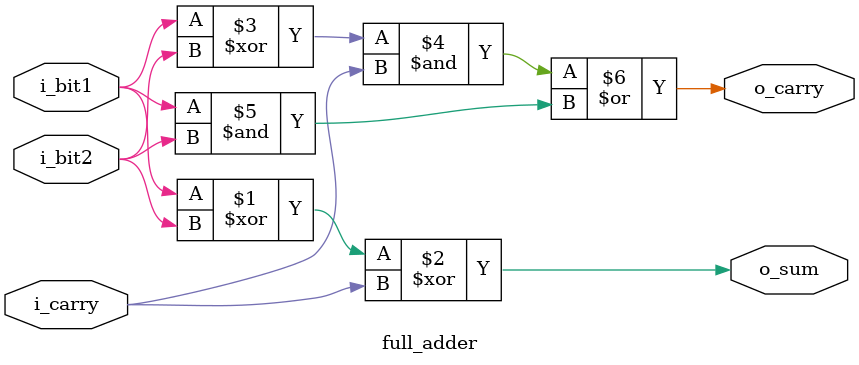
<source format=v>
module full_adder 
            ( 
              input i_bit1,
              input i_bit2,
              input i_carry,
              output o_sum,
              output o_carry );


assign o_sum = i_bit1 ^ i_bit2 ^ i_carry;
assign o_carry = ((i_bit1 ^ i_bit2) & i_carry) | (i_bit1 & i_bit2);        
endmodule
</source>
